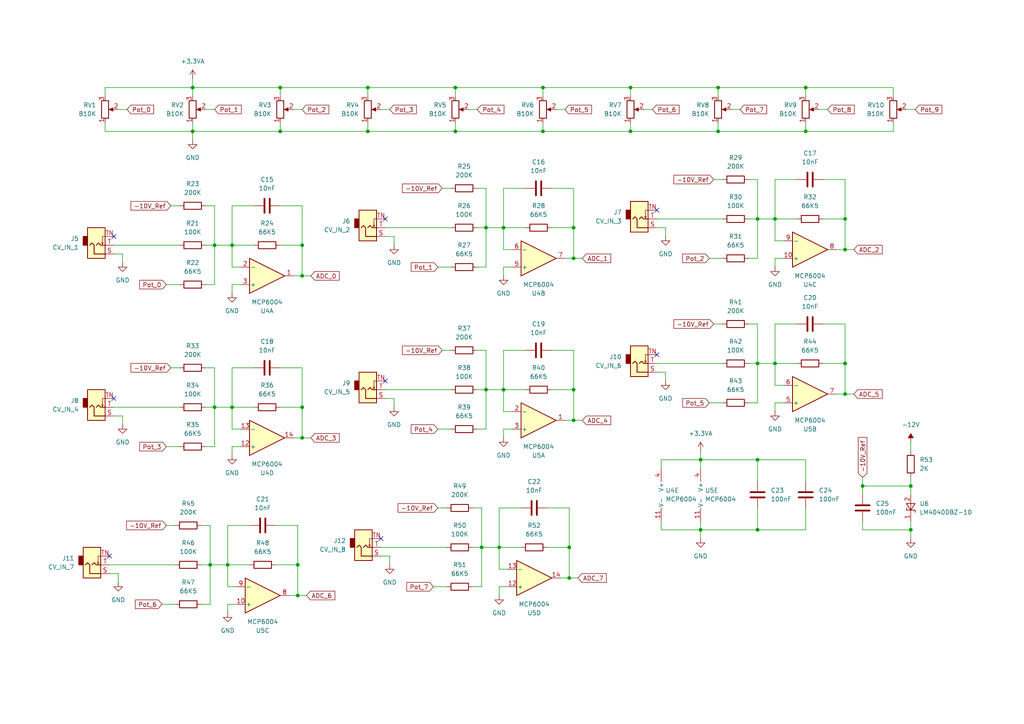
<source format=kicad_sch>
(kicad_sch (version 20231120) (generator "eeschema") (generator_version "8.0")
  (paper "A4")
  (lib_symbols
    (symbol "Amplifier_Operational:MCP6004" (pin_names (offset 0.127))
      (property "Reference" "U" (at 0 5.08 0))
      (property "Value" "MCP6004" (at 0 -5.08 0))
      (symbol "MCP6004_1_1"
        (pin output line (at 7.62 0 180) (length 2.54) (name "~") (number "1"))
        (pin input line (at -7.62 -2.54 0) (length 2.54) (name "-") (number "2"))
        (pin input line (at -7.62 2.54 0) (length 2.54) (name "+") (number "3"))
      )
      (symbol "MCP6004_2_1"
        (pin input line (at -7.62 2.54 0) (length 2.54) (name "+") (number "5"))
        (pin input line (at -7.62 -2.54 0) (length 2.54) (name "-") (number "6"))
        (pin output line (at 7.62 0 180) (length 2.54) (name "~") (number "7"))
      )
      (symbol "MCP6004_3_1"
        (pin input line (at -7.62 2.54 0) (length 2.54) (name "+") (number "10"))
        (pin output line (at 7.62 0 180) (length 2.54) (name "~") (number "8"))
        (pin input line (at -7.62 -2.54 0) (length 2.54) (name "-") (number "9"))
      )
      (symbol "MCP6004_4_1"
        (pin input line (at -7.62 2.54 0) (length 2.54) (name "+") (number "12"))
        (pin input line (at -7.62 -2.54 0) (length 2.54) (name "-") (number "13"))
        (pin output line (at 7.62 0 180) (length 2.54) (name "~") (number "14"))
      )
      (symbol "MCP6004_5_1"
        (pin power_in line (at -2.54 -7.62 90) (length 3.81) (name "V-") (number "11"))
        (pin power_in line (at -2.54 7.62 270) (length 3.81) (name "V+") (number "4"))
      )
    )
    (symbol "Connector_Audio:AudioJack2_SwitchT"
      (property "Reference" "J" (at 0 8.89 0))
      (property "Value" "AudioJack2_SwitchT" (at 0 6.35 0))
      (symbol "AudioJack2_SwitchT_1_1"
        (pin passive line (at 5.08 2.54 180) (length 2.54) (name "~") (number "S"))
        (pin passive line (at 5.08 0 180) (length 2.54) (name "~") (number "T"))
        (pin passive line (at 5.08 -2.54 180) (length 2.54) (name "~") (number "TN"))
      )
    )
    (symbol "Device:C" (pin_numbers hide) (pin_names (offset 0.254))
      (property "Reference" "C" (at 0.635 2.54 0))
      (property "Value" "C" (at 0.635 -2.54 0))
      (symbol "C_1_1"
        (pin passive line (at 0 3.81 270) (length 2.794) (name "~") (number "1"))
        (pin passive line (at 0 -3.81 90) (length 2.794) (name "~") (number "2"))
      )
    )
    (symbol "Device:R" (pin_numbers hide) (pin_names (offset 0))
      (property "Reference" "R" (at 2.032 0 90))
      (property "Value" "R" (at 0 0 90))
      (symbol "R_1_1"
        (pin passive line (at 0 3.81 270) (length 1.27) (name "~") (number "1"))
        (pin passive line (at 0 -3.81 90) (length 1.27) (name "~") (number "2"))
      )
    )
    (symbol "Device:R_Potentiometer" (pin_names (offset 1.016) hide)
      (property "Reference" "RV" (at -4.445 0 90))
      (property "Value" "R_Potentiometer" (at -2.54 0 90))
      (symbol "R_Potentiometer_1_1"
        (pin passive line (at 0 3.81 270) (length 1.27) (name "1") (number "1"))
        (pin passive line (at 3.81 0 180) (length 1.27) (name "2") (number "2"))
        (pin passive line (at 0 -3.81 90) (length 1.27) (name "3") (number "3"))
      )
    )
    (symbol "Reference_Voltage:LM4040DBZ-10" (pin_names (offset 0.0254) hide)
      (property "Reference" "U" (at 0 2.54 0))
      (property "Value" "LM4040DBZ-10" (at 0 -3.175 0))
      (symbol "LM4040DBZ-10_1_1"
        (pin passive line (at 3.81 0 180) (length 2.54) (name "K") (number "1"))
        (pin passive line (at -3.81 0 0) (length 2.54) (name "A") (number "2"))
        (pin no_connect line (at -1.27 0 0) (length 2.54) hide (name "NC") (number "3"))
      )
    )
    (symbol "power:+3.3VA" (power) (pin_numbers hide) (pin_names (offset 0) hide)
      (property "Value" "+3.3VA" (at 0 3.556 0))
      (symbol "+3.3VA_1_1"
        (pin power_in line (at 0 0 90) (length 0) (name "~") (number "1"))
      )
    )
    (symbol "power:-12V" (power) (pin_numbers hide) (pin_names (offset 0) hide)
      (property "Value" "-12V" (at 0 3.556 0))
      (symbol "-12V_0_0"
        (pin power_in line (at 0 0 90) (length 0) (name "~") (number "1"))
      )
    )
    (symbol "power:GND" (power) (pin_numbers hide) (pin_names (offset 0) hide)
      (property "Value" "GND" (at 0 -3.81 0))
      (symbol "GND_1_1"
        (pin power_in line (at 0 0 270) (length 0) (name "~") (number "1"))
      )
    )
  )
  (junction (at 182.88 25.4))
  (junction (at 208.28 38.1))
  (junction (at 81.28 25.4))
  (junction (at 208.28 25.4))
  (junction (at 166.37 121.92))
  (junction (at 219.71 63.5))
  (junction (at 62.23 71.12))
  (junction (at 203.2 133.35))
  (junction (at 67.31 71.12))
  (junction (at 233.68 25.4))
  (junction (at 87.63 127))
  (junction (at 245.11 114.3))
  (junction (at 55.88 38.1))
  (junction (at 140.97 66.04))
  (junction (at 87.63 71.12))
  (junction (at 66.04 163.83))
  (junction (at 67.31 118.11))
  (junction (at 203.2 153.67))
  (junction (at 106.68 25.4))
  (junction (at 219.71 105.41))
  (junction (at 157.48 25.4))
  (junction (at 219.71 153.67))
  (junction (at 182.88 38.1))
  (junction (at 139.7 158.75))
  (junction (at 144.78 158.75))
  (junction (at 250.19 140.97))
  (junction (at 264.16 153.67))
  (junction (at 224.79 63.5))
  (junction (at 60.96 163.83))
  (junction (at 166.37 66.04))
  (junction (at 132.08 38.1))
  (junction (at 146.05 66.04))
  (junction (at 81.28 38.1))
  (junction (at 55.88 25.4))
  (junction (at 87.63 80.01))
  (junction (at 245.11 72.39))
  (junction (at 166.37 113.03))
  (junction (at 165.1 158.75))
  (junction (at 233.68 38.1))
  (junction (at 146.05 113.03))
  (junction (at 219.71 133.35))
  (junction (at 140.97 113.03))
  (junction (at 245.11 105.41))
  (junction (at 166.37 74.93))
  (junction (at 165.1 167.64))
  (junction (at 62.23 118.11))
  (junction (at 86.36 163.83))
  (junction (at 245.11 63.5))
  (junction (at 157.48 38.1))
  (junction (at 86.36 172.72))
  (junction (at 224.79 105.41))
  (junction (at 264.16 140.97))
  (junction (at 132.08 25.4))
  (junction (at 87.63 118.11))
  (junction (at 106.68 38.1))
  (no_connect (at 190.5 60.96))
  (no_connect (at 190.5 102.87))
  (no_connect (at 33.02 115.57))
  (no_connect (at 110.49 156.21))
  (no_connect (at 111.76 110.49))
  (no_connect (at 31.75 161.29))
  (no_connect (at 33.02 68.58))
  (no_connect (at 111.76 63.5))
  (wire (pts (xy 264.16 140.97) (xy 264.16 143.51)))
  (wire (pts (xy 67.31 77.47) (xy 69.85 77.47)))
  (wire (pts (xy 182.88 25.4) (xy 182.88 27.94)))
  (wire (pts (xy 140.97 113.03) (xy 138.43 113.03)))
  (wire (pts (xy 166.37 121.92) (xy 168.91 121.92)))
  (wire (pts (xy 128.27 54.61) (xy 130.81 54.61)))
  (wire (pts (xy 250.19 140.97) (xy 264.16 140.97)))
  (wire (pts (xy 62.23 82.55) (xy 62.23 71.12)))
  (wire (pts (xy 245.11 52.07) (xy 245.11 63.5)))
  (wire (pts (xy 132.08 38.1) (xy 157.48 38.1)))
  (wire (pts (xy 166.37 74.93) (xy 168.91 74.93)))
  (wire (pts (xy 66.04 163.83) (xy 66.04 170.18)))
  (wire (pts (xy 80.01 163.83) (xy 86.36 163.83)))
  (wire (pts (xy 87.63 127) (xy 90.17 127)))
  (wire (pts (xy 137.16 147.32) (xy 139.7 147.32)))
  (wire (pts (xy 87.63 59.69) (xy 87.63 71.12)))
  (wire (pts (xy 189.23 31.75) (xy 186.69 31.75)))
  (wire (pts (xy 81.28 25.4) (xy 81.28 27.94)))
  (wire (pts (xy 140.97 101.6) (xy 140.97 113.03)))
  (wire (pts (xy 250.19 143.51) (xy 250.19 140.97)))
  (wire (pts (xy 224.79 119.38) (xy 224.79 116.84)))
  (wire (pts (xy 264.16 128.27) (xy 264.16 130.81)))
  (wire (pts (xy 265.43 31.75) (xy 262.89 31.75)))
  (wire (pts (xy 240.03 31.75) (xy 237.49 31.75)))
  (wire (pts (xy 139.7 158.75) (xy 144.78 158.75)))
  (wire (pts (xy 81.28 106.68) (xy 87.63 106.68)))
  (wire (pts (xy 72.39 163.83) (xy 66.04 163.83)))
  (wire (pts (xy 224.79 74.93) (xy 227.33 74.93)))
  (wire (pts (xy 140.97 113.03) (xy 146.05 113.03)))
  (wire (pts (xy 165.1 158.75) (xy 165.1 167.64)))
  (wire (pts (xy 50.8 163.83) (xy 31.75 163.83)))
  (wire (pts (xy 114.3 68.58) (xy 111.76 68.58)))
  (wire (pts (xy 224.79 93.98) (xy 224.79 105.41)))
  (wire (pts (xy 152.4 101.6) (xy 146.05 101.6)))
  (wire (pts (xy 139.7 158.75) (xy 137.16 158.75)))
  (wire (pts (xy 160.02 113.03) (xy 166.37 113.03)))
  (wire (pts (xy 224.79 69.85) (xy 227.33 69.85)))
  (wire (pts (xy 67.31 132.08) (xy 67.31 129.54)))
  (wire (pts (xy 66.04 152.4) (xy 66.04 163.83)))
  (wire (pts (xy 113.03 161.29) (xy 110.49 161.29)))
  (wire (pts (xy 114.3 118.11) (xy 114.3 115.57)))
  (wire (pts (xy 203.2 153.67) (xy 219.71 153.67)))
  (wire (pts (xy 62.23 118.11) (xy 59.69 118.11)))
  (wire (pts (xy 157.48 35.56) (xy 157.48 38.1)))
  (wire (pts (xy 208.28 38.1) (xy 233.68 38.1)))
  (wire (pts (xy 60.96 163.83) (xy 66.04 163.83)))
  (wire (pts (xy 138.43 124.46) (xy 140.97 124.46)))
  (wire (pts (xy 233.68 25.4) (xy 233.68 27.94)))
  (wire (pts (xy 157.48 25.4) (xy 182.88 25.4)))
  (wire (pts (xy 146.05 77.47) (xy 148.59 77.47)))
  (wire (pts (xy 62.23 71.12) (xy 67.31 71.12)))
  (wire (pts (xy 219.71 63.5) (xy 224.79 63.5)))
  (wire (pts (xy 146.05 80.01) (xy 146.05 77.47)))
  (wire (pts (xy 233.68 35.56) (xy 233.68 38.1)))
  (wire (pts (xy 67.31 118.11) (xy 67.31 124.46)))
  (wire (pts (xy 113.03 163.83) (xy 113.03 161.29)))
  (wire (pts (xy 166.37 121.92) (xy 163.83 121.92)))
  (wire (pts (xy 67.31 124.46) (xy 69.85 124.46)))
  (wire (pts (xy 138.43 101.6) (xy 140.97 101.6)))
  (wire (pts (xy 163.83 31.75) (xy 161.29 31.75)))
  (wire (pts (xy 48.26 129.54) (xy 52.07 129.54)))
  (wire (pts (xy 209.55 63.5) (xy 190.5 63.5)))
  (wire (pts (xy 238.76 63.5) (xy 245.11 63.5)))
  (wire (pts (xy 36.83 31.75) (xy 34.29 31.75)))
  (wire (pts (xy 60.96 152.4) (xy 60.96 163.83)))
  (wire (pts (xy 66.04 170.18) (xy 68.58 170.18)))
  (wire (pts (xy 55.88 25.4) (xy 81.28 25.4)))
  (wire (pts (xy 146.05 127) (xy 146.05 124.46)))
  (wire (pts (xy 264.16 138.43) (xy 264.16 140.97)))
  (wire (pts (xy 231.14 63.5) (xy 224.79 63.5)))
  (wire (pts (xy 152.4 54.61) (xy 146.05 54.61)))
  (wire (pts (xy 238.76 93.98) (xy 245.11 93.98)))
  (wire (pts (xy 86.36 172.72) (xy 88.9 172.72)))
  (wire (pts (xy 203.2 130.81) (xy 203.2 133.35)))
  (wire (pts (xy 55.88 25.4) (xy 55.88 27.94)))
  (wire (pts (xy 52.07 71.12) (xy 33.02 71.12)))
  (wire (pts (xy 49.53 59.69) (xy 52.07 59.69)))
  (wire (pts (xy 67.31 106.68) (xy 67.31 118.11)))
  (wire (pts (xy 60.96 175.26) (xy 60.96 163.83)))
  (wire (pts (xy 114.3 115.57) (xy 111.76 115.57)))
  (wire (pts (xy 193.04 66.04) (xy 190.5 66.04)))
  (wire (pts (xy 165.1 167.64) (xy 162.56 167.64)))
  (wire (pts (xy 166.37 74.93) (xy 163.83 74.93)))
  (wire (pts (xy 224.79 77.47) (xy 224.79 74.93)))
  (wire (pts (xy 203.2 151.13) (xy 203.2 153.67)))
  (wire (pts (xy 165.1 147.32) (xy 165.1 158.75)))
  (wire (pts (xy 59.69 129.54) (xy 62.23 129.54)))
  (wire (pts (xy 62.23 71.12) (xy 59.69 71.12)))
  (wire (pts (xy 152.4 66.04) (xy 146.05 66.04)))
  (wire (pts (xy 207.01 93.98) (xy 209.55 93.98)))
  (wire (pts (xy 203.2 135.89) (xy 203.2 133.35)))
  (wire (pts (xy 264.16 151.13) (xy 264.16 153.67)))
  (wire (pts (xy 245.11 114.3) (xy 242.57 114.3)))
  (wire (pts (xy 106.68 25.4) (xy 132.08 25.4)))
  (wire (pts (xy 224.79 52.07) (xy 224.79 63.5)))
  (wire (pts (xy 58.42 152.4) (xy 60.96 152.4)))
  (wire (pts (xy 86.36 163.83) (xy 86.36 172.72)))
  (wire (pts (xy 245.11 72.39) (xy 242.57 72.39)))
  (wire (pts (xy 245.11 93.98) (xy 245.11 105.41)))
  (wire (pts (xy 160.02 66.04) (xy 166.37 66.04)))
  (wire (pts (xy 113.03 31.75) (xy 110.49 31.75)))
  (wire (pts (xy 58.42 175.26) (xy 60.96 175.26)))
  (wire (pts (xy 166.37 101.6) (xy 166.37 113.03)))
  (wire (pts (xy 132.08 25.4) (xy 132.08 27.94)))
  (wire (pts (xy 245.11 105.41) (xy 245.11 114.3)))
  (wire (pts (xy 35.56 76.2) (xy 35.56 73.66)))
  (wire (pts (xy 129.54 158.75) (xy 110.49 158.75)))
  (wire (pts (xy 81.28 38.1) (xy 106.68 38.1)))
  (wire (pts (xy 66.04 177.8) (xy 66.04 175.26)))
  (wire (pts (xy 144.78 170.18) (xy 147.32 170.18)))
  (wire (pts (xy 138.43 31.75) (xy 135.89 31.75)))
  (wire (pts (xy 139.7 170.18) (xy 139.7 158.75)))
  (wire (pts (xy 81.28 59.69) (xy 87.63 59.69)))
  (wire (pts (xy 30.48 25.4) (xy 55.88 25.4)))
  (wire (pts (xy 166.37 54.61) (xy 166.37 66.04)))
  (wire (pts (xy 233.68 25.4) (xy 259.08 25.4)))
  (wire (pts (xy 217.17 74.93) (xy 219.71 74.93)))
  (wire (pts (xy 231.14 105.41) (xy 224.79 105.41)))
  (wire (pts (xy 259.08 38.1) (xy 259.08 35.56)))
  (wire (pts (xy 151.13 158.75) (xy 144.78 158.75)))
  (wire (pts (xy 86.36 152.4) (xy 86.36 163.83)))
  (wire (pts (xy 81.28 35.56) (xy 81.28 38.1)))
  (wire (pts (xy 73.66 59.69) (xy 67.31 59.69)))
  (wire (pts (xy 250.19 151.13) (xy 250.19 153.67)))
  (wire (pts (xy 191.77 153.67) (xy 203.2 153.67)))
  (wire (pts (xy 87.63 80.01) (xy 85.09 80.01)))
  (wire (pts (xy 146.05 113.03) (xy 146.05 119.38)))
  (wire (pts (xy 193.04 107.95) (xy 190.5 107.95)))
  (wire (pts (xy 128.27 101.6) (xy 130.81 101.6)))
  (wire (pts (xy 157.48 25.4) (xy 157.48 27.94)))
  (wire (pts (xy 166.37 66.04) (xy 166.37 74.93)))
  (wire (pts (xy 62.23 59.69) (xy 62.23 71.12)))
  (wire (pts (xy 146.05 72.39) (xy 148.59 72.39)))
  (wire (pts (xy 106.68 25.4) (xy 106.68 27.94)))
  (wire (pts (xy 233.68 147.32) (xy 233.68 153.67)))
  (wire (pts (xy 66.04 175.26) (xy 68.58 175.26)))
  (wire (pts (xy 144.78 172.72) (xy 144.78 170.18)))
  (wire (pts (xy 191.77 151.13) (xy 191.77 153.67)))
  (wire (pts (xy 203.2 133.35) (xy 219.71 133.35)))
  (wire (pts (xy 205.74 74.93) (xy 209.55 74.93)))
  (wire (pts (xy 208.28 35.56) (xy 208.28 38.1)))
  (wire (pts (xy 62.23 31.75) (xy 59.69 31.75)))
  (wire (pts (xy 203.2 156.21) (xy 203.2 153.67)))
  (wire (pts (xy 114.3 71.12) (xy 114.3 68.58)))
  (wire (pts (xy 144.78 165.1) (xy 147.32 165.1)))
  (wire (pts (xy 158.75 147.32) (xy 165.1 147.32)))
  (wire (pts (xy 144.78 147.32) (xy 144.78 158.75)))
  (wire (pts (xy 67.31 85.09) (xy 67.31 82.55)))
  (wire (pts (xy 87.63 71.12) (xy 87.63 80.01)))
  (wire (pts (xy 73.66 106.68) (xy 67.31 106.68)))
  (wire (pts (xy 250.19 138.43) (xy 250.19 140.97)))
  (wire (pts (xy 62.23 129.54) (xy 62.23 118.11)))
  (wire (pts (xy 193.04 110.49) (xy 193.04 107.95)))
  (wire (pts (xy 55.88 35.56) (xy 55.88 38.1)))
  (wire (pts (xy 219.71 105.41) (xy 217.17 105.41)))
  (wire (pts (xy 205.74 116.84) (xy 209.55 116.84)))
  (wire (pts (xy 217.17 116.84) (xy 219.71 116.84)))
  (wire (pts (xy 193.04 68.58) (xy 193.04 66.04)))
  (wire (pts (xy 62.23 118.11) (xy 67.31 118.11)))
  (wire (pts (xy 214.63 31.75) (xy 212.09 31.75)))
  (wire (pts (xy 219.71 147.32) (xy 219.71 153.67)))
  (wire (pts (xy 67.31 71.12) (xy 67.31 77.47)))
  (wire (pts (xy 81.28 118.11) (xy 87.63 118.11)))
  (wire (pts (xy 62.23 106.68) (xy 62.23 118.11)))
  (wire (pts (xy 35.56 123.19) (xy 35.56 120.65)))
  (wire (pts (xy 233.68 133.35) (xy 233.68 139.7)))
  (wire (pts (xy 209.55 105.41) (xy 190.5 105.41)))
  (wire (pts (xy 140.97 66.04) (xy 138.43 66.04)))
  (wire (pts (xy 87.63 127) (xy 85.09 127)))
  (wire (pts (xy 146.05 54.61) (xy 146.05 66.04)))
  (wire (pts (xy 219.71 116.84) (xy 219.71 105.41)))
  (wire (pts (xy 140.97 66.04) (xy 146.05 66.04)))
  (wire (pts (xy 59.69 82.55) (xy 62.23 82.55)))
  (wire (pts (xy 130.81 113.03) (xy 111.76 113.03)))
  (wire (pts (xy 217.17 93.98) (xy 219.71 93.98)))
  (wire (pts (xy 264.16 156.21) (xy 264.16 153.67)))
  (wire (pts (xy 35.56 73.66) (xy 33.02 73.66)))
  (wire (pts (xy 73.66 71.12) (xy 67.31 71.12)))
  (wire (pts (xy 106.68 38.1) (xy 132.08 38.1)))
  (wire (pts (xy 34.29 168.91) (xy 34.29 166.37)))
  (wire (pts (xy 191.77 135.89) (xy 191.77 133.35)))
  (wire (pts (xy 238.76 105.41) (xy 245.11 105.41)))
  (wire (pts (xy 146.05 66.04) (xy 146.05 72.39)))
  (wire (pts (xy 80.01 152.4) (xy 86.36 152.4)))
  (wire (pts (xy 73.66 118.11) (xy 67.31 118.11)))
  (wire (pts (xy 224.79 111.76) (xy 227.33 111.76)))
  (wire (pts (xy 87.63 80.01) (xy 90.17 80.01)))
  (wire (pts (xy 30.48 35.56) (xy 30.48 38.1)))
  (wire (pts (xy 158.75 158.75) (xy 165.1 158.75)))
  (wire (pts (xy 130.81 66.04) (xy 111.76 66.04)))
  (wire (pts (xy 52.07 118.11) (xy 33.02 118.11)))
  (wire (pts (xy 245.11 63.5) (xy 245.11 72.39)))
  (wire (pts (xy 137.16 170.18) (xy 139.7 170.18)))
  (wire (pts (xy 30.48 38.1) (xy 55.88 38.1)))
  (wire (pts (xy 219.71 153.67) (xy 233.68 153.67)))
  (wire (pts (xy 87.63 118.11) (xy 87.63 127)))
  (wire (pts (xy 157.48 38.1) (xy 182.88 38.1)))
  (wire (pts (xy 67.31 59.69) (xy 67.31 71.12)))
  (wire (pts (xy 191.77 133.35) (xy 203.2 133.35)))
  (wire (pts (xy 140.97 77.47) (xy 140.97 66.04)))
  (wire (pts (xy 208.28 25.4) (xy 233.68 25.4)))
  (wire (pts (xy 132.08 35.56) (xy 132.08 38.1)))
  (wire (pts (xy 224.79 105.41) (xy 224.79 111.76)))
  (wire (pts (xy 67.31 129.54) (xy 69.85 129.54)))
  (wire (pts (xy 49.53 106.68) (xy 52.07 106.68)))
  (wire (pts (xy 166.37 113.03) (xy 166.37 121.92)))
  (wire (pts (xy 127 77.47) (xy 130.81 77.47)))
  (wire (pts (xy 60.96 163.83) (xy 58.42 163.83)))
  (wire (pts (xy 207.01 52.07) (xy 209.55 52.07)))
  (wire (pts (xy 238.76 52.07) (xy 245.11 52.07)))
  (wire (pts (xy 125.73 170.18) (xy 129.54 170.18)))
  (wire (pts (xy 138.43 54.61) (xy 140.97 54.61)))
  (wire (pts (xy 152.4 113.03) (xy 146.05 113.03)))
  (wire (pts (xy 59.69 106.68) (xy 62.23 106.68)))
  (wire (pts (xy 208.28 25.4) (xy 208.28 27.94)))
  (wire (pts (xy 140.97 54.61) (xy 140.97 66.04)))
  (wire (pts (xy 140.97 124.46) (xy 140.97 113.03)))
  (wire (pts (xy 48.26 82.55) (xy 52.07 82.55)))
  (wire (pts (xy 224.79 116.84) (xy 227.33 116.84)))
  (wire (pts (xy 81.28 25.4) (xy 106.68 25.4)))
  (wire (pts (xy 55.88 38.1) (xy 81.28 38.1)))
  (wire (pts (xy 146.05 124.46) (xy 148.59 124.46)))
  (wire (pts (xy 245.11 72.39) (xy 247.65 72.39)))
  (wire (pts (xy 46.99 175.26) (xy 50.8 175.26)))
  (wire (pts (xy 87.63 106.68) (xy 87.63 118.11)))
  (wire (pts (xy 259.08 25.4) (xy 259.08 27.94)))
  (wire (pts (xy 182.88 38.1) (xy 208.28 38.1)))
  (wire (pts (xy 139.7 147.32) (xy 139.7 158.75)))
  (wire (pts (xy 127 147.32) (xy 129.54 147.32)))
  (wire (pts (xy 219.71 133.35) (xy 219.71 139.7)))
  (wire (pts (xy 231.14 93.98) (xy 224.79 93.98)))
  (wire (pts (xy 233.68 38.1) (xy 259.08 38.1)))
  (wire (pts (xy 224.79 63.5) (xy 224.79 69.85)))
  (wire (pts (xy 219.71 63.5) (xy 217.17 63.5)))
  (wire (pts (xy 48.26 152.4) (xy 50.8 152.4)))
  (wire (pts (xy 146.05 119.38) (xy 148.59 119.38)))
  (wire (pts (xy 219.71 52.07) (xy 219.71 63.5)))
  (wire (pts (xy 264.16 153.67) (xy 250.19 153.67)))
  (wire (pts (xy 144.78 158.75) (xy 144.78 165.1)))
  (wire (pts (xy 160.02 101.6) (xy 166.37 101.6)))
  (wire (pts (xy 55.88 22.86) (xy 55.88 25.4)))
  (wire (pts (xy 106.68 35.56) (xy 106.68 38.1)))
  (wire (pts (xy 151.13 147.32) (xy 144.78 147.32)))
  (wire (pts (xy 231.14 52.07) (xy 224.79 52.07)))
  (wire (pts (xy 165.1 167.64) (xy 167.64 167.64)))
  (wire (pts (xy 30.48 27.94) (xy 30.48 25.4)))
  (wire (pts (xy 219.71 105.41) (xy 224.79 105.41)))
  (wire (pts (xy 86.36 172.72) (xy 83.82 172.72)))
  (wire (pts (xy 219.71 133.35) (xy 233.68 133.35)))
  (wire (pts (xy 132.08 25.4) (xy 157.48 25.4)))
  (wire (pts (xy 217.17 52.07) (xy 219.71 52.07)))
  (wire (pts (xy 35.56 120.65) (xy 33.02 120.65)))
  (wire (pts (xy 87.63 31.75) (xy 85.09 31.75)))
  (wire (pts (xy 81.28 71.12) (xy 87.63 71.12)))
  (wire (pts (xy 160.02 54.61) (xy 166.37 54.61)))
  (wire (pts (xy 146.05 101.6) (xy 146.05 113.03)))
  (wire (pts (xy 59.69 59.69) (xy 62.23 59.69)))
  (wire (pts (xy 127 124.46) (xy 130.81 124.46)))
  (wire (pts (xy 138.43 77.47) (xy 140.97 77.47)))
  (wire (pts (xy 55.88 40.64) (xy 55.88 38.1)))
  (wire (pts (xy 245.11 114.3) (xy 247.65 114.3)))
  (wire (pts (xy 182.88 35.56) (xy 182.88 38.1)))
  (wire (pts (xy 182.88 25.4) (xy 208.28 25.4)))
  (wire (pts (xy 219.71 74.93) (xy 219.71 63.5)))
  (wire (pts (xy 34.29 166.37) (xy 31.75 166.37)))
  (wire (pts (xy 72.39 152.4) (xy 66.04 152.4)))
  (wire (pts (xy 219.71 93.98) (xy 219.71 105.41)))
  (wire (pts (xy 67.31 82.55) (xy 69.85 82.55)))
  (global_label "Pot_6" (shape input) (at 46.99 175.26 180) (property "Intersheetrefs" "${INTERSHEET_REFS}" (effects (hide yes))))
  (global_label "-10V_Ref" (shape input) (at 128.27 54.61 180) (property "Intersheetrefs" "${INTERSHEET_REFS}" (effects (hide yes))))
  (global_label "-10V_Ref" (shape input) (at 127 147.32 180) (property "Intersheetrefs" "${INTERSHEET_REFS}" (effects (hide yes))))
  (global_label "Pot_3" (shape input) (at 48.26 129.54 180) (property "Intersheetrefs" "${INTERSHEET_REFS}" (effects (hide yes))))
  (global_label "Pot_0" (shape input) (at 48.26 82.55 180) (property "Intersheetrefs" "${INTERSHEET_REFS}" (effects (hide yes))))
  (global_label "ADC_2" (shape input) (at 247.65 72.39 0) (property "Intersheetrefs" "${INTERSHEET_REFS}" (effects (hide yes))))
  (global_label "Pot_5" (shape input) (at 163.83 31.75 0) (property "Intersheetrefs" "${INTERSHEET_REFS}" (effects (hide yes))))
  (global_label "-10V_Ref" (shape input) (at 49.53 106.68 180) (property "Intersheetrefs" "${INTERSHEET_REFS}" (effects (hide yes))))
  (global_label "Pot_2" (shape input) (at 205.74 74.93 180) (property "Intersheetrefs" "${INTERSHEET_REFS}" (effects (hide yes))))
  (global_label "ADC_1" (shape input) (at 168.91 74.93 0) (property "Intersheetrefs" "${INTERSHEET_REFS}" (effects (hide yes))))
  (global_label "Pot_1" (shape input) (at 62.23 31.75 0) (property "Intersheetrefs" "${INTERSHEET_REFS}" (effects (hide yes))))
  (global_label "ADC_3" (shape input) (at 90.17 127 0) (property "Intersheetrefs" "${INTERSHEET_REFS}" (effects (hide yes))))
  (global_label "Pot_9" (shape input) (at 265.43 31.75 0) (property "Intersheetrefs" "${INTERSHEET_REFS}" (effects (hide yes))))
  (global_label "Pot_2" (shape input) (at 87.63 31.75 0) (property "Intersheetrefs" "${INTERSHEET_REFS}" (effects (hide yes))))
  (global_label "Pot_5" (shape input) (at 205.74 116.84 180) (property "Intersheetrefs" "${INTERSHEET_REFS}" (effects (hide yes))))
  (global_label "Pot_4" (shape input) (at 127 124.46 180) (property "Intersheetrefs" "${INTERSHEET_REFS}" (effects (hide yes))))
  (global_label "-10V_Ref" (shape input) (at 250.19 138.43 90) (property "Intersheetrefs" "${INTERSHEET_REFS}" (effects (hide yes))))
  (global_label "ADC_7" (shape input) (at 167.64 167.64 0) (property "Intersheetrefs" "${INTERSHEET_REFS}" (effects (hide yes))))
  (global_label "ADC_0" (shape input) (at 90.17 80.01 0) (property "Intersheetrefs" "${INTERSHEET_REFS}" (effects (hide yes))))
  (global_label "-10V_Ref" (shape input) (at 48.26 152.4 180) (property "Intersheetrefs" "${INTERSHEET_REFS}" (effects (hide yes))))
  (global_label "Pot_0" (shape input) (at 36.83 31.75 0) (property "Intersheetrefs" "${INTERSHEET_REFS}" (effects (hide yes))))
  (global_label "Pot_1" (shape input) (at 127 77.47 180) (property "Intersheetrefs" "${INTERSHEET_REFS}" (effects (hide yes))))
  (global_label "ADC_6" (shape input) (at 88.9 172.72 0) (property "Intersheetrefs" "${INTERSHEET_REFS}" (effects (hide yes))))
  (global_label "Pot_6" (shape input) (at 189.23 31.75 0) (property "Intersheetrefs" "${INTERSHEET_REFS}" (effects (hide yes))))
  (global_label "-10V_Ref" (shape input) (at 49.53 59.69 180) (property "Intersheetrefs" "${INTERSHEET_REFS}" (effects (hide yes))))
  (global_label "Pot_7" (shape input) (at 214.63 31.75 0) (property "Intersheetrefs" "${INTERSHEET_REFS}" (effects (hide yes))))
  (global_label "Pot_4" (shape input) (at 138.43 31.75 0) (property "Intersheetrefs" "${INTERSHEET_REFS}" (effects (hide yes))))
  (global_label "-10V_Ref" (shape input) (at 207.01 52.07 180) (property "Intersheetrefs" "${INTERSHEET_REFS}" (effects (hide yes))))
  (global_label "Pot_7" (shape input) (at 125.73 170.18 180) (property "Intersheetrefs" "${INTERSHEET_REFS}" (effects (hide yes))))
  (global_label "Pot_3" (shape input) (at 113.03 31.75 0) (property "Intersheetrefs" "${INTERSHEET_REFS}" (effects (hide yes))))
  (global_label "-10V_Ref" (shape input) (at 128.27 101.6 180) (property "Intersheetrefs" "${INTERSHEET_REFS}" (effects (hide yes))))
  (global_label "ADC_4" (shape input) (at 168.91 121.92 0) (property "Intersheetrefs" "${INTERSHEET_REFS}" (effects (hide yes))))
  (global_label "Pot_8" (shape input) (at 240.03 31.75 0) (property "Intersheetrefs" "${INTERSHEET_REFS}" (effects (hide yes))))
  (global_label "ADC_5" (shape input) (at 247.65 114.3 0) (property "Intersheetrefs" "${INTERSHEET_REFS}" (effects (hide yes))))
  (global_label "-10V_Ref" (shape input) (at 207.01 93.98 180) (property "Intersheetrefs" "${INTERSHEET_REFS}" (effects (hide yes))))
  (symbol (lib_id "Device:R") (at 156.21 66.04 90) (unit 1)
    (property "Reference" "R28" (at 156.21 59.69 90))
    (property "Value" "66K5" (at 156.21 62.23 90))
    (property "Footprint" "Resistor_SMD:R_0805_2012Metric_Pad1.20x1.40mm_HandSolder" (effects (hide yes)))
    (property "Description" "Resistor" (effects (hide yes)))
  )
  (symbol (lib_id "power:GND") (at 35.56 123.19 0) (unit 1)
    (property "Reference" "#PWR027" (effects (hide yes)))
    (property "Value" "GND" (at 35.56 128.27 0))
    (property "Description" "Power symbol creates a global label with name \"GND\" , ground" (effects (hide yes)))
  )
  (symbol (lib_id "Device:R") (at 134.62 66.04 90) (unit 1)
    (property "Reference" "R26" (at 134.62 59.69 90))
    (property "Value" "100K" (at 134.62 62.23 90))
    (property "Footprint" "Resistor_SMD:R_0805_2012Metric_Pad1.20x1.40mm_HandSolder" (effects (hide yes)))
    (property "Description" "Resistor" (effects (hide yes)))
  )
  (symbol (lib_id "power:GND") (at 114.3 118.11 0) (unit 1)
    (property "Reference" "#PWR029" (effects (hide yes)))
    (property "Value" "GND" (at 114.3 123.19 0))
    (property "Description" "Power symbol creates a global label with name \"GND\" , ground" (effects (hide yes)))
  )
  (symbol (lib_id "Device:R") (at 134.62 54.61 90) (unit 1)
    (property "Reference" "R25" (at 134.62 48.26 90))
    (property "Value" "200K" (at 134.62 50.8 90))
    (property "Footprint" "Resistor_SMD:R_0805_2012Metric_Pad1.20x1.40mm_HandSolder" (effects (hide yes)))
    (property "Description" "Resistor" (effects (hide yes)))
  )
  (symbol (lib_id "Device:R") (at 213.36 116.84 90) (unit 1)
    (property "Reference" "R43" (at 213.36 110.49 90))
    (property "Value" "66K5" (at 213.36 113.03 90))
    (property "Footprint" "Resistor_SMD:R_0805_2012Metric_Pad1.20x1.40mm_HandSolder" (effects (hide yes)))
    (property "Description" "Resistor" (effects (hide yes)))
  )
  (symbol (lib_id "Device:R") (at 54.61 175.26 90) (unit 1)
    (property "Reference" "R47" (at 54.61 168.91 90))
    (property "Value" "66K5" (at 54.61 171.45 90))
    (property "Footprint" "Resistor_SMD:R_0805_2012Metric_Pad1.20x1.40mm_HandSolder" (effects (hide yes)))
    (property "Description" "Resistor" (effects (hide yes)))
  )
  (symbol (lib_id "power:+3.3VA") (at 203.2 130.81 0) (unit 1)
    (property "Reference" "#PWR037" (effects (hide yes)))
    (property "Value" "+3.3VA" (at 203.2 125.73 0))
    (property "Description" "Power symbol creates a global label with name \"+3.3VA\"" (effects (hide yes)))
  )
  (symbol (lib_id "Amplifier_Operational:MCP6004") (at 154.94 167.64 0) (mirror x) (unit 4)
    (property "Reference" "U5" (at 154.94 177.8 0))
    (property "Value" "MCP6004" (at 154.94 175.26 0))
    (property "Footprint" "Package_SO:SOIC-14_3.9x8.7mm_P1.27mm" (effects (hide yes)))
    (property "Datasheet" "http://ww1.microchip.com/downloads/en/DeviceDoc/21733j.pdf" (effects (hide yes)))
    (property "Description" "1MHz, Low-Power Op Amp, DIP-14/SOIC-14/TSSOP-14" (effects (hide yes)))
  )
  (symbol (lib_id "power:GND") (at 224.79 77.47 0) (unit 1)
    (property "Reference" "#PWR026" (effects (hide yes)))
    (property "Value" "GND" (at 224.79 82.55 0))
    (property "Description" "Power symbol creates a global label with name \"GND\" , ground" (effects (hide yes)))
  )
  (symbol (lib_id "Device:R") (at 134.62 101.6 90) (unit 1)
    (property "Reference" "R37" (at 134.62 95.25 90))
    (property "Value" "200K" (at 134.62 97.79 90))
    (property "Footprint" "Resistor_SMD:R_0805_2012Metric_Pad1.20x1.40mm_HandSolder" (effects (hide yes)))
    (property "Description" "Resistor" (effects (hide yes)))
  )
  (symbol (lib_id "Device:R_Potentiometer") (at 233.68 31.75 0) (mirror x) (unit 1)
    (property "Reference" "RV9" (at 231.14 30.4799 0) (effects (justify right)))
    (property "Value" "B10K" (at 231.14 33.0199 0) (effects (justify right)))
    (property "Footprint" "Potentiometer_THT:Potentiometer_Alpha_RD901F-40-00D_Single_Vertical_CircularHoles" (effects (hide yes)))
    (property "Description" "Potentiometer" (effects (hide yes)))
  )
  (symbol (lib_id "Amplifier_Operational:MCP6004") (at 76.2 172.72 0) (mirror x) (unit 3)
    (property "Reference" "U5" (at 76.2 182.88 0))
    (property "Value" "MCP6004" (at 76.2 180.34 0))
    (property "Footprint" "Package_SO:SOIC-14_3.9x8.7mm_P1.27mm" (effects (hide yes)))
    (property "Datasheet" "http://ww1.microchip.com/downloads/en/DeviceDoc/21733j.pdf" (effects (hide yes)))
    (property "Description" "1MHz, Low-Power Op Amp, DIP-14/SOIC-14/TSSOP-14" (effects (hide yes)))
  )
  (symbol (lib_id "power:-12V") (at 264.16 128.27 0) (unit 1)
    (property "Reference" "#PWR040" (effects (hide yes)))
    (property "Value" "-12V" (at 264.16 123.19 0))
    (property "Description" "Power symbol creates a global label with name \"-12V\"" (effects (hide yes)))
  )
  (symbol (lib_id "Device:R") (at 234.95 105.41 90) (unit 1)
    (property "Reference" "R44" (at 234.95 99.06 90))
    (property "Value" "66K5" (at 234.95 101.6 90))
    (property "Footprint" "Resistor_SMD:R_0805_2012Metric_Pad1.20x1.40mm_HandSolder" (effects (hide yes)))
    (property "Description" "Resistor" (effects (hide yes)))
  )
  (symbol (lib_id "Device:R") (at 76.2 163.83 90) (unit 1)
    (property "Reference" "R48" (at 76.2 157.48 90))
    (property "Value" "66K5" (at 76.2 160.02 90))
    (property "Footprint" "Resistor_SMD:R_0805_2012Metric_Pad1.20x1.40mm_HandSolder" (effects (hide yes)))
    (property "Description" "Resistor" (effects (hide yes)))
  )
  (symbol (lib_id "power:GND") (at 113.03 163.83 0) (unit 1)
    (property "Reference" "#PWR035" (effects (hide yes)))
    (property "Value" "GND" (at 113.03 168.91 0))
    (property "Description" "Power symbol creates a global label with name \"GND\" , ground" (effects (hide yes)))
  )
  (symbol (lib_id "power:GND") (at 67.31 85.09 0) (unit 1)
    (property "Reference" "#PWR022" (effects (hide yes)))
    (property "Value" "GND" (at 67.31 90.17 0))
    (property "Description" "Power symbol creates a global label with name \"GND\" , ground" (effects (hide yes)))
  )
  (symbol (lib_id "Device:R_Potentiometer") (at 259.08 31.75 0) (mirror x) (unit 1)
    (property "Reference" "RV10" (at 256.54 30.4799 0) (effects (justify right)))
    (property "Value" "B10K" (at 256.54 33.0199 0) (effects (justify right)))
    (property "Footprint" "Potentiometer_THT:Potentiometer_Alpha_RD901F-40-00D_Single_Vertical_CircularHoles" (effects (hide yes)))
    (property "Description" "Potentiometer" (effects (hide yes)))
  )
  (symbol (lib_id "Device:R") (at 55.88 82.55 90) (unit 1)
    (property "Reference" "R22" (at 55.88 76.2 90))
    (property "Value" "66K5" (at 55.88 78.74 90))
    (property "Footprint" "Resistor_SMD:R_0805_2012Metric_Pad1.20x1.40mm_HandSolder" (effects (hide yes)))
    (property "Description" "Resistor" (effects (hide yes)))
  )
  (symbol (lib_id "Connector_Audio:AudioJack2_SwitchT") (at 106.68 66.04 0) (mirror x) (unit 1)
    (property "Reference" "J6" (at 101.6 64.1349 0) (effects (justify right)))
    (property "Value" "CV_IN_2" (at 101.6 66.6749 0) (effects (justify right)))
    (property "Description" "Audio Jack, 2 Poles (Mono / TS), Switched T Pole (Normalling)" (effects (hide yes)))
  )
  (symbol (lib_id "Device:R_Potentiometer") (at 182.88 31.75 0) (mirror x) (unit 1)
    (property "Reference" "RV7" (at 180.34 30.4799 0) (effects (justify right)))
    (property "Value" "B10K" (at 180.34 33.0199 0) (effects (justify right)))
    (property "Footprint" "Potentiometer_THT:Potentiometer_Alpha_RD901F-40-00D_Single_Vertical_CircularHoles" (effects (hide yes)))
    (property "Description" "Potentiometer" (effects (hide yes)))
  )
  (symbol (lib_id "Amplifier_Operational:MCP6004") (at 77.47 80.01 0) (mirror x) (unit 1)
    (property "Reference" "U4" (at 77.47 90.17 0))
    (property "Value" "MCP6004" (at 77.47 87.63 0))
    (property "Footprint" "Package_SO:SOIC-14_3.9x8.7mm_P1.27mm" (effects (hide yes)))
    (property "Datasheet" "http://ww1.microchip.com/downloads/en/DeviceDoc/21733j.pdf" (effects (hide yes)))
    (property "Description" "1MHz, Low-Power Op Amp, DIP-14/SOIC-14/TSSOP-14" (effects (hide yes)))
  )
  (symbol (lib_id "Device:C") (at 156.21 101.6 90) (unit 1)
    (property "Reference" "C19" (at 156.21 93.98 90))
    (property "Value" "10nF" (at 156.21 96.52 90))
    (property "Description" "Unpolarized capacitor" (effects (hide yes)))
  )
  (symbol (lib_id "Amplifier_Operational:MCP6004") (at 77.47 127 0) (mirror x) (unit 4)
    (property "Reference" "U4" (at 77.47 137.16 0))
    (property "Value" "MCP6004" (at 77.47 134.62 0))
    (property "Footprint" "Package_SO:SOIC-14_3.9x8.7mm_P1.27mm" (effects (hide yes)))
    (property "Datasheet" "http://ww1.microchip.com/downloads/en/DeviceDoc/21733j.pdf" (effects (hide yes)))
    (property "Description" "1MHz, Low-Power Op Amp, DIP-14/SOIC-14/TSSOP-14" (effects (hide yes)))
  )
  (symbol (lib_id "power:GND") (at 55.88 40.64 0) (unit 1)
    (property "Reference" "#PWR020" (effects (hide yes)))
    (property "Value" "GND" (at 55.88 45.72 0))
    (property "Description" "Power symbol creates a global label with name \"GND\" , ground" (effects (hide yes)))
  )
  (symbol (lib_id "Amplifier_Operational:MCP6004") (at 234.95 114.3 0) (mirror x) (unit 2)
    (property "Reference" "U5" (at 234.95 124.46 0))
    (property "Value" "MCP6004" (at 234.95 121.92 0))
    (property "Footprint" "Package_SO:SOIC-14_3.9x8.7mm_P1.27mm" (effects (hide yes)))
    (property "Datasheet" "http://ww1.microchip.com/downloads/en/DeviceDoc/21733j.pdf" (effects (hide yes)))
    (property "Description" "1MHz, Low-Power Op Amp, DIP-14/SOIC-14/TSSOP-14" (effects (hide yes)))
  )
  (symbol (lib_id "Device:R") (at 133.35 170.18 90) (unit 1)
    (property "Reference" "R51" (at 133.35 163.83 90))
    (property "Value" "66K5" (at 133.35 166.37 90))
    (property "Footprint" "Resistor_SMD:R_0805_2012Metric_Pad1.20x1.40mm_HandSolder" (effects (hide yes)))
    (property "Description" "Resistor" (effects (hide yes)))
  )
  (symbol (lib_id "Device:R") (at 213.36 74.93 90) (unit 1)
    (property "Reference" "R31" (at 213.36 68.58 90))
    (property "Value" "66K5" (at 213.36 71.12 90))
    (property "Footprint" "Resistor_SMD:R_0805_2012Metric_Pad1.20x1.40mm_HandSolder" (effects (hide yes)))
    (property "Description" "Resistor" (effects (hide yes)))
  )
  (symbol (lib_id "Amplifier_Operational:MCP6004") (at 156.21 74.93 0) (mirror x) (unit 2)
    (property "Reference" "U4" (at 156.21 85.09 0))
    (property "Value" "MCP6004" (at 156.21 82.55 0))
    (property "Footprint" "Package_SO:SOIC-14_3.9x8.7mm_P1.27mm" (effects (hide yes)))
    (property "Datasheet" "http://ww1.microchip.com/downloads/en/DeviceDoc/21733j.pdf" (effects (hide yes)))
    (property "Description" "1MHz, Low-Power Op Amp, DIP-14/SOIC-14/TSSOP-14" (effects (hide yes)))
  )
  (symbol (lib_id "power:GND") (at 203.2 156.21 0) (unit 1)
    (property "Reference" "#PWR038" (effects (hide yes)))
    (property "Value" "GND" (at 203.2 161.29 0))
    (property "Description" "Power symbol creates a global label with name \"GND\" , ground" (effects (hide yes)))
  )
  (symbol (lib_id "Device:R") (at 133.35 158.75 90) (unit 1)
    (property "Reference" "R50" (at 133.35 152.4 90))
    (property "Value" "100K" (at 133.35 154.94 90))
    (property "Footprint" "Resistor_SMD:R_0805_2012Metric_Pad1.20x1.40mm_HandSolder" (effects (hide yes)))
    (property "Description" "Resistor" (effects (hide yes)))
  )
  (symbol (lib_id "Device:R") (at 55.88 106.68 90) (unit 1)
    (property "Reference" "R33" (at 55.88 100.33 90))
    (property "Value" "200K" (at 55.88 102.87 90))
    (property "Footprint" "Resistor_SMD:R_0805_2012Metric_Pad1.20x1.40mm_HandSolder" (effects (hide yes)))
    (property "Description" "Resistor" (effects (hide yes)))
  )
  (symbol (lib_id "Device:R") (at 133.35 147.32 90) (unit 1)
    (property "Reference" "R49" (at 133.35 140.97 90))
    (property "Value" "200K" (at 133.35 143.51 90))
    (property "Footprint" "Resistor_SMD:R_0805_2012Metric_Pad1.20x1.40mm_HandSolder" (effects (hide yes)))
    (property "Description" "Resistor" (effects (hide yes)))
  )
  (symbol (lib_id "power:GND") (at 193.04 68.58 0) (unit 1)
    (property "Reference" "#PWR025" (effects (hide yes)))
    (property "Value" "GND" (at 193.04 73.66 0))
    (property "Description" "Power symbol creates a global label with name \"GND\" , ground" (effects (hide yes)))
  )
  (symbol (lib_id "power:GND") (at 146.05 127 0) (unit 1)
    (property "Reference" "#PWR030" (effects (hide yes)))
    (property "Value" "GND" (at 146.05 132.08 0))
    (property "Description" "Power symbol creates a global label with name \"GND\" , ground" (effects (hide yes)))
  )
  (symbol (lib_id "Device:C") (at 154.94 147.32 90) (unit 1)
    (property "Reference" "C22" (at 154.94 139.7 90))
    (property "Value" "10nF" (at 154.94 142.24 90))
    (property "Description" "Unpolarized capacitor" (effects (hide yes)))
  )
  (symbol (lib_id "Amplifier_Operational:MCP6004") (at 205.74 143.51 0) (unit 5)
    (property "Reference" "U5" (at 204.47 142.2399 0) (effects (justify left)))
    (property "Value" "MCP6004" (at 204.47 144.7799 0) (effects (justify left)))
    (property "Footprint" "Package_SO:SOIC-14_3.9x8.7mm_P1.27mm" (effects (hide yes)))
    (property "Datasheet" "http://ww1.microchip.com/downloads/en/DeviceDoc/21733j.pdf" (effects (hide yes)))
    (property "Description" "1MHz, Low-Power Op Amp, DIP-14/SOIC-14/TSSOP-14" (effects (hide yes)))
  )
  (symbol (lib_id "Device:R") (at 77.47 71.12 90) (unit 1)
    (property "Reference" "R24" (at 77.47 64.77 90))
    (property "Value" "66K5" (at 77.47 67.31 90))
    (property "Footprint" "Resistor_SMD:R_0805_2012Metric_Pad1.20x1.40mm_HandSolder" (effects (hide yes)))
    (property "Description" "Resistor" (effects (hide yes)))
  )
  (symbol (lib_id "Device:C") (at 76.2 152.4 90) (unit 1)
    (property "Reference" "C21" (at 76.2 144.78 90))
    (property "Value" "10nF" (at 76.2 147.32 90))
    (property "Description" "Unpolarized capacitor" (effects (hide yes)))
  )
  (symbol (lib_id "Device:R") (at 134.62 113.03 90) (unit 1)
    (property "Reference" "R38" (at 134.62 106.68 90))
    (property "Value" "100K" (at 134.62 109.22 90))
    (property "Footprint" "Resistor_SMD:R_0805_2012Metric_Pad1.20x1.40mm_HandSolder" (effects (hide yes)))
    (property "Description" "Resistor" (effects (hide yes)))
  )
  (symbol (lib_id "Amplifier_Operational:MCP6004") (at 234.95 72.39 0) (mirror x) (unit 3)
    (property "Reference" "U4" (at 234.95 82.55 0))
    (property "Value" "MCP6004" (at 234.95 80.01 0))
    (property "Footprint" "Package_SO:SOIC-14_3.9x8.7mm_P1.27mm" (effects (hide yes)))
    (property "Datasheet" "http://ww1.microchip.com/downloads/en/DeviceDoc/21733j.pdf" (effects (hide yes)))
    (property "Description" "1MHz, Low-Power Op Amp, DIP-14/SOIC-14/TSSOP-14" (effects (hide yes)))
  )
  (symbol (lib_id "Connector_Audio:AudioJack2_SwitchT") (at 27.94 118.11 0) (mirror x) (unit 1)
    (property "Reference" "J8" (at 22.86 116.2049 0) (effects (justify right)))
    (property "Value" "CV_IN_4" (at 22.86 118.7449 0) (effects (justify right)))
    (property "Description" "Audio Jack, 2 Poles (Mono / TS), Switched T Pole (Normalling)" (effects (hide yes)))
  )
  (symbol (lib_id "Device:R") (at 55.88 129.54 90) (unit 1)
    (property "Reference" "R35" (at 55.88 123.19 90))
    (property "Value" "66K5" (at 55.88 125.73 90))
    (property "Footprint" "Resistor_SMD:R_0805_2012Metric_Pad1.20x1.40mm_HandSolder" (effects (hide yes)))
    (property "Description" "Resistor" (effects (hide yes)))
  )
  (symbol (lib_id "power:GND") (at 67.31 132.08 0) (unit 1)
    (property "Reference" "#PWR028" (effects (hide yes)))
    (property "Value" "GND" (at 67.31 137.16 0))
    (property "Description" "Power symbol creates a global label with name \"GND\" , ground" (effects (hide yes)))
  )
  (symbol (lib_id "Device:R") (at 54.61 163.83 90) (unit 1)
    (property "Reference" "R46" (at 54.61 157.48 90))
    (property "Value" "100K" (at 54.61 160.02 90))
    (property "Footprint" "Resistor_SMD:R_0805_2012Metric_Pad1.20x1.40mm_HandSolder" (effects (hide yes)))
    (property "Description" "Resistor" (effects (hide yes)))
  )
  (symbol (lib_id "Device:R") (at 77.47 118.11 90) (unit 1)
    (property "Reference" "R36" (at 77.47 111.76 90))
    (property "Value" "66K5" (at 77.47 114.3 90))
    (property "Footprint" "Resistor_SMD:R_0805_2012Metric_Pad1.20x1.40mm_HandSolder" (effects (hide yes)))
    (property "Description" "Resistor" (effects (hide yes)))
  )
  (symbol (lib_id "Device:R") (at 55.88 59.69 90) (unit 1)
    (property "Reference" "R23" (at 55.88 53.34 90))
    (property "Value" "200K" (at 55.88 55.88 90))
    (property "Footprint" "Resistor_SMD:R_0805_2012Metric_Pad1.20x1.40mm_HandSolder" (effects (hide yes)))
    (property "Description" "Resistor" (effects (hide yes)))
  )
  (symbol (lib_id "Connector_Audio:AudioJack2_SwitchT") (at 106.68 113.03 0) (mirror x) (unit 1)
    (property "Reference" "J9" (at 101.6 111.1249 0) (effects (justify right)))
    (property "Value" "CV_IN_5" (at 101.6 113.6649 0) (effects (justify right)))
    (property "Description" "Audio Jack, 2 Poles (Mono / TS), Switched T Pole (Normalling)" (effects (hide yes)))
  )
  (symbol (lib_id "power:GND") (at 264.16 156.21 0) (unit 1)
    (property "Reference" "#PWR039" (effects (hide yes)))
    (property "Value" "GND" (at 264.16 161.29 0))
    (property "Description" "Power symbol creates a global label with name \"GND\" , ground" (effects (hide yes)))
  )
  (symbol (lib_id "Device:R_Potentiometer") (at 132.08 31.75 0) (mirror x) (unit 1)
    (property "Reference" "RV5" (at 129.54 30.4799 0) (effects (justify right)))
    (property "Value" "B10K" (at 129.54 33.0199 0) (effects (justify right)))
    (property "Footprint" "Potentiometer_THT:Potentiometer_Alpha_RD901F-40-00D_Single_Vertical_CircularHoles" (effects (hide yes)))
    (property "Description" "Potentiometer" (effects (hide yes)))
  )
  (symbol (lib_id "Device:R") (at 213.36 52.07 90) (unit 1)
    (property "Reference" "R29" (at 213.36 45.72 90))
    (property "Value" "200K" (at 213.36 48.26 90))
    (property "Footprint" "Resistor_SMD:R_0805_2012Metric_Pad1.20x1.40mm_HandSolder" (effects (hide yes)))
    (property "Description" "Resistor" (effects (hide yes)))
  )
  (symbol (lib_id "Connector_Audio:AudioJack2_SwitchT") (at 26.67 163.83 0) (mirror x) (unit 1)
    (property "Reference" "J11" (at 21.59 161.9249 0) (effects (justify right)))
    (property "Value" "CV_IN_7" (at 21.59 164.4649 0) (effects (justify right)))
    (property "Description" "Audio Jack, 2 Poles (Mono / TS), Switched T Pole (Normalling)" (effects (hide yes)))
  )
  (symbol (lib_id "Device:C") (at 156.21 54.61 90) (unit 1)
    (property "Reference" "C16" (at 156.21 46.99 90))
    (property "Value" "10nF" (at 156.21 49.53 90))
    (property "Description" "Unpolarized capacitor" (effects (hide yes)))
  )
  (symbol (lib_id "Connector_Audio:AudioJack2_SwitchT") (at 105.41 158.75 0) (mirror x) (unit 1)
    (property "Reference" "J12" (at 100.33 156.8449 0) (effects (justify right)))
    (property "Value" "CV_IN_8" (at 100.33 159.3849 0) (effects (justify right)))
    (property "Description" "Audio Jack, 2 Poles (Mono / TS), Switched T Pole (Normalling)" (effects (hide yes)))
  )
  (symbol (lib_id "Device:R") (at 213.36 63.5 90) (unit 1)
    (property "Reference" "R30" (at 213.36 57.15 90))
    (property "Value" "100K" (at 213.36 59.69 90))
    (property "Footprint" "Resistor_SMD:R_0805_2012Metric_Pad1.20x1.40mm_HandSolder" (effects (hide yes)))
    (property "Description" "Resistor" (effects (hide yes)))
  )
  (symbol (lib_id "Device:C") (at 233.68 143.51 0) (unit 1)
    (property "Reference" "C24" (at 237.49 142.2399 0) (effects (justify left)))
    (property "Value" "100nF" (at 237.49 144.7799 0) (effects (justify left)))
    (property "Footprint" "Capacitor_SMD:C_0805_2012Metric_Pad1.18x1.45mm_HandSolder" (effects (hide yes)))
    (property "Description" "Unpolarized capacitor" (effects (hide yes)))
  )
  (symbol (lib_id "Device:R") (at 55.88 118.11 90) (unit 1)
    (property "Reference" "R34" (at 55.88 111.76 90))
    (property "Value" "100K" (at 55.88 114.3 90))
    (property "Footprint" "Resistor_SMD:R_0805_2012Metric_Pad1.20x1.40mm_HandSolder" (effects (hide yes)))
    (property "Description" "Resistor" (effects (hide yes)))
  )
  (symbol (lib_id "Device:C") (at 250.19 147.32 0) (unit 1)
    (property "Reference" "C25" (at 254 146.0499 0) (effects (justify left)))
    (property "Value" "100nF" (at 254 148.5899 0) (effects (justify left)))
    (property "Footprint" "Capacitor_SMD:C_0805_2012Metric_Pad1.18x1.45mm_HandSolder" (effects (hide yes)))
    (property "Description" "Unpolarized capacitor" (effects (hide yes)))
  )
  (symbol (lib_id "Device:R") (at 264.16 134.62 180) (unit 1)
    (property "Reference" "R53" (at 266.7 133.3499 0) (effects (justify right)))
    (property "Value" "2K" (at 266.7 135.8899 0) (effects (justify right)))
    (property "Footprint" "Resistor_SMD:R_0805_2012Metric_Pad1.20x1.40mm_HandSolder" (effects (hide yes)))
    (property "Description" "Resistor" (effects (hide yes)))
  )
  (symbol (lib_id "Device:R") (at 134.62 77.47 90) (unit 1)
    (property "Reference" "R27" (at 134.62 71.12 90))
    (property "Value" "66K5" (at 134.62 73.66 90))
    (property "Footprint" "Resistor_SMD:R_0805_2012Metric_Pad1.20x1.40mm_HandSolder" (effects (hide yes)))
    (property "Description" "Resistor" (effects (hide yes)))
  )
  (symbol (lib_id "power:GND") (at 34.29 168.91 0) (unit 1)
    (property "Reference" "#PWR033" (effects (hide yes)))
    (property "Value" "GND" (at 34.29 173.99 0))
    (property "Description" "Power symbol creates a global label with name \"GND\" , ground" (effects (hide yes)))
  )
  (symbol (lib_id "Device:R") (at 213.36 105.41 90) (unit 1)
    (property "Reference" "R42" (at 213.36 99.06 90))
    (property "Value" "100K" (at 213.36 101.6 90))
    (property "Footprint" "Resistor_SMD:R_0805_2012Metric_Pad1.20x1.40mm_HandSolder" (effects (hide yes)))
    (property "Description" "Resistor" (effects (hide yes)))
  )
  (symbol (lib_id "Device:R_Potentiometer") (at 55.88 31.75 0) (mirror x) (unit 1)
    (property "Reference" "RV2" (at 53.34 30.4799 0) (effects (justify right)))
    (property "Value" "B10K" (at 53.34 33.0199 0) (effects (justify right)))
    (property "Footprint" "Potentiometer_THT:Potentiometer_Alpha_RD901F-40-00D_Single_Vertical_CircularHoles" (effects (hide yes)))
    (property "Description" "Potentiometer" (effects (hide yes)))
  )
  (symbol (lib_id "Device:R") (at 55.88 71.12 90) (unit 1)
    (property "Reference" "R21" (at 55.88 64.77 90))
    (property "Value" "100K" (at 55.88 67.31 90))
    (property "Footprint" "Resistor_SMD:R_0805_2012Metric_Pad1.20x1.40mm_HandSolder" (effects (hide yes)))
    (property "Description" "Resistor" (effects (hide yes)))
  )
  (symbol (lib_id "power:GND") (at 146.05 80.01 0) (unit 1)
    (property "Reference" "#PWR024" (effects (hide yes)))
    (property "Value" "GND" (at 146.05 85.09 0))
    (property "Description" "Power symbol creates a global label with name \"GND\" , ground" (effects (hide yes)))
  )
  (symbol (lib_id "Device:R_Potentiometer") (at 208.28 31.75 0) (mirror x) (unit 1)
    (property "Reference" "RV8" (at 205.74 30.4799 0) (effects (justify right)))
    (property "Value" "B10K" (at 205.74 33.0199 0) (effects (justify right)))
    (property "Footprint" "Potentiometer_THT:Potentiometer_Alpha_RD901F-40-00D_Single_Vertical_CircularHoles" (effects (hide yes)))
    (property "Description" "Potentiometer" (effects (hide yes)))
  )
  (symbol (lib_id "power:GND") (at 224.79 119.38 0) (unit 1)
    (property "Reference" "#PWR032" (effects (hide yes)))
    (property "Value" "GND" (at 224.79 124.46 0))
    (property "Description" "Power symbol creates a global label with name \"GND\" , ground" (effects (hide yes)))
  )
  (symbol (lib_id "Device:R_Potentiometer") (at 157.48 31.75 0) (mirror x) (unit 1)
    (property "Reference" "RV6" (at 154.94 30.4799 0) (effects (justify right)))
    (property "Value" "B10K" (at 154.94 33.0199 0) (effects (justify right)))
    (property "Footprint" "Potentiometer_THT:Potentiometer_Alpha_RD901F-40-00D_Single_Vertical_CircularHoles" (effects (hide yes)))
    (property "Description" "Potentiometer" (effects (hide yes)))
  )
  (symbol (lib_id "Connector_Audio:AudioJack2_SwitchT") (at 27.94 71.12 0) (mirror x) (unit 1)
    (property "Reference" "J5" (at 22.86 69.2149 0) (effects (justify right)))
    (property "Value" "CV_IN_1" (at 22.86 71.7549 0) (effects (justify right)))
    (property "Description" "Audio Jack, 2 Poles (Mono / TS), Switched T Pole (Normalling)" (effects (hide yes)))
  )
  (symbol (lib_id "Device:R") (at 134.62 124.46 90) (unit 1)
    (property "Reference" "R39" (at 134.62 118.11 90))
    (property "Value" "66K5" (at 134.62 120.65 90))
    (property "Footprint" "Resistor_SMD:R_0805_2012Metric_Pad1.20x1.40mm_HandSolder" (effects (hide yes)))
    (property "Description" "Resistor" (effects (hide yes)))
  )
  (symbol (lib_id "power:+3.3VA") (at 55.88 22.86 0) (unit 1)
    (property "Reference" "#PWR019" (effects (hide yes)))
    (property "Value" "+3.3VA" (at 55.88 17.78 0))
    (property "Description" "Power symbol creates a global label with name \"+3.3VA\"" (effects (hide yes)))
  )
  (symbol (lib_id "power:GND") (at 114.3 71.12 0) (unit 1)
    (property "Reference" "#PWR023" (effects (hide yes)))
    (property "Value" "GND" (at 114.3 76.2 0))
    (property "Description" "Power symbol creates a global label with name \"GND\" , ground" (effects (hide yes)))
  )
  (symbol (lib_id "Device:C") (at 219.71 143.51 0) (unit 1)
    (property "Reference" "C23" (at 223.52 142.2399 0) (effects (justify left)))
    (property "Value" "100nF" (at 223.52 144.7799 0) (effects (justify left)))
    (property "Footprint" "Capacitor_SMD:C_0805_2012Metric_Pad1.18x1.45mm_HandSolder" (effects (hide yes)))
    (property "Description" "Unpolarized capacitor" (effects (hide yes)))
  )
  (symbol (lib_id "Device:C") (at 77.47 59.69 90) (unit 1)
    (property "Reference" "C15" (at 77.47 52.07 90))
    (property "Value" "10nF" (at 77.47 54.61 90))
    (property "Description" "Unpolarized capacitor" (effects (hide yes)))
  )
  (symbol (lib_id "Device:R_Potentiometer") (at 30.48 31.75 0) (mirror x) (unit 1)
    (property "Reference" "RV1" (at 27.94 30.4799 0) (effects (justify right)))
    (property "Value" "B10K" (at 27.94 33.0199 0) (effects (justify right)))
    (property "Footprint" "Potentiometer_THT:Potentiometer_Alpha_RD901F-40-00D_Single_Vertical_CircularHoles" (effects (hide yes)))
    (property "Description" "Potentiometer" (effects (hide yes)))
  )
  (symbol (lib_id "power:GND") (at 66.04 177.8 0) (unit 1)
    (property "Reference" "#PWR034" (effects (hide yes)))
    (property "Value" "GND" (at 66.04 182.88 0))
    (property "Description" "Power symbol creates a global label with name \"GND\" , ground" (effects (hide yes)))
  )
  (symbol (lib_id "power:GND") (at 144.78 172.72 0) (unit 1)
    (property "Reference" "#PWR036" (effects (hide yes)))
    (property "Value" "GND" (at 144.78 177.8 0))
    (property "Description" "Power symbol creates a global label with name \"GND\" , ground" (effects (hide yes)))
  )
  (symbol (lib_id "Reference_Voltage:LM4040DBZ-10") (at 264.16 147.32 270) (unit 1)
    (property "Reference" "U6" (at 266.7 146.0499 90) (effects (justify left)))
    (property "Value" "LM4040DBZ-10" (at 266.7 148.5899 90) (effects (justify left)))
    (property "Footprint" "Package_TO_SOT_SMD:SOT-23" (effects (hide yes)))
    (property "Datasheet" "http://www.ti.com/lit/ds/symlink/lm4040-n.pdf" (effects (hide yes)))
    (property "Description" "10.00V Precision Micropower Shunt Voltage Reference, SOT-23" (effects (hide yes)))
  )
  (symbol (lib_id "Amplifier_Operational:MCP6004") (at 194.31 143.51 0) (unit 5)
    (property "Reference" "U4" (at 193.04 142.2399 0) (effects (justify left)))
    (property "Value" "MCP6004" (at 193.04 144.7799 0) (effects (justify left)))
    (property "Footprint" "Package_SO:SOIC-14_3.9x8.7mm_P1.27mm" (effects (hide yes)))
    (property "Datasheet" "http://ww1.microchip.com/downloads/en/DeviceDoc/21733j.pdf" (effects (hide yes)))
    (property "Description" "1MHz, Low-Power Op Amp, DIP-14/SOIC-14/TSSOP-14" (effects (hide yes)))
  )
  (symbol (lib_id "Connector_Audio:AudioJack2_SwitchT") (at 185.42 105.41 0) (mirror x) (unit 1)
    (property "Reference" "J10" (at 180.34 103.5049 0) (effects (justify right)))
    (property "Value" "CV_IN_6" (at 180.34 106.0449 0) (effects (justify right)))
    (property "Description" "Audio Jack, 2 Poles (Mono / TS), Switched T Pole (Normalling)" (effects (hide yes)))
  )
  (symbol (lib_id "Device:R_Potentiometer") (at 81.28 31.75 0) (mirror x) (unit 1)
    (property "Reference" "RV3" (at 78.74 30.4799 0) (effects (justify right)))
    (property "Value" "B10K" (at 78.74 33.0199 0) (effects (justify right)))
    (property "Footprint" "Potentiometer_THT:Potentiometer_Alpha_RD901F-40-00D_Single_Vertical_CircularHoles" (effects (hide yes)))
    (property "Description" "Potentiometer" (effects (hide yes)))
  )
  (symbol (lib_id "Device:R") (at 234.95 63.5 90) (unit 1)
    (property "Reference" "R32" (at 234.95 57.15 90))
    (property "Value" "66K5" (at 234.95 59.69 90))
    (property "Footprint" "Resistor_SMD:R_0805_2012Metric_Pad1.20x1.40mm_HandSolder" (effects (hide yes)))
    (property "Description" "Resistor" (effects (hide yes)))
  )
  (symbol (lib_id "Device:R") (at 54.61 152.4 90) (unit 1)
    (property "Reference" "R45" (at 54.61 146.05 90))
    (property "Value" "200K" (at 54.61 148.59 90))
    (property "Footprint" "Resistor_SMD:R_0805_2012Metric_Pad1.20x1.40mm_HandSolder" (effects (hide yes)))
    (property "Description" "Resistor" (effects (hide yes)))
  )
  (symbol (lib_id "Connector_Audio:AudioJack2_SwitchT") (at 185.42 63.5 0) (mirror x) (unit 1)
    (property "Reference" "J7" (at 180.34 61.5949 0) (effects (justify right)))
    (property "Value" "CV_IN_3" (at 180.34 64.1349 0) (effects (justify right)))
    (property "Description" "Audio Jack, 2 Poles (Mono / TS), Switched T Pole (Normalling)" (effects (hide yes)))
  )
  (symbol (lib_id "Device:C") (at 77.47 106.68 90) (unit 1)
    (property "Reference" "C18" (at 77.47 99.06 90))
    (property "Value" "10nF" (at 77.47 101.6 90))
    (property "Description" "Unpolarized capacitor" (effects (hide yes)))
  )
  (symbol (lib_id "Device:R") (at 156.21 113.03 90) (unit 1)
    (property "Reference" "R40" (at 156.21 106.68 90))
    (property "Value" "66K5" (at 156.21 109.22 90))
    (property "Footprint" "Resistor_SMD:R_0805_2012Metric_Pad1.20x1.40mm_HandSolder" (effects (hide yes)))
    (property "Description" "Resistor" (effects (hide yes)))
  )
  (symbol (lib_id "Device:C") (at 234.95 93.98 90) (unit 1)
    (property "Reference" "C20" (at 234.95 86.36 90))
    (property "Value" "10nF" (at 234.95 88.9 90))
    (property "Description" "Unpolarized capacitor" (effects (hide yes)))
  )
  (symbol (lib_id "power:GND") (at 35.56 76.2 0) (unit 1)
    (property "Reference" "#PWR021" (effects (hide yes)))
    (property "Value" "GND" (at 35.56 81.28 0))
    (property "Description" "Power symbol creates a global label with name \"GND\" , ground" (effects (hide yes)))
  )
  (symbol (lib_id "Device:C") (at 234.95 52.07 90) (unit 1)
    (property "Reference" "C17" (at 234.95 44.45 90))
    (property "Value" "10nF" (at 234.95 46.99 90))
    (property "Description" "Unpolarized capacitor" (effects (hide yes)))
  )
  (symbol (lib_id "power:GND") (at 193.04 110.49 0) (unit 1)
    (property "Reference" "#PWR031" (effects (hide yes)))
    (property "Value" "GND" (at 193.04 115.57 0))
    (property "Description" "Power symbol creates a global label with name \"GND\" , ground" (effects (hide yes)))
  )
  (symbol (lib_id "Amplifier_Operational:MCP6004") (at 156.21 121.92 0) (mirror x) (unit 1)
    (property "Reference" "U5" (at 156.21 132.08 0))
    (property "Value" "MCP6004" (at 156.21 129.54 0))
    (property "Footprint" "Package_SO:SOIC-14_3.9x8.7mm_P1.27mm" (effects (hide yes)))
    (property "Datasheet" "http://ww1.microchip.com/downloads/en/DeviceDoc/21733j.pdf" (effects (hide yes)))
    (property "Description" "1MHz, Low-Power Op Amp, DIP-14/SOIC-14/TSSOP-14" (effects (hide yes)))
  )
  (symbol (lib_id "Device:R") (at 154.94 158.75 90) (unit 1)
    (property "Reference" "R52" (at 154.94 152.4 90))
    (property "Value" "66K5" (at 154.94 154.94 90))
    (property "Footprint" "Resistor_SMD:R_0805_2012Metric_Pad1.20x1.40mm_HandSolder" (effects (hide yes)))
    (property "Description" "Resistor" (effects (hide yes)))
  )
  (symbol (lib_id "Device:R_Potentiometer") (at 106.68 31.75 0) (mirror x) (unit 1)
    (property "Reference" "RV4" (at 104.14 30.4799 0) (effects (justify right)))
    (property "Value" "B10K" (at 104.14 33.0199 0) (effects (justify right)))
    (property "Footprint" "Potentiometer_THT:Potentiometer_Alpha_RD901F-40-00D_Single_Vertical_CircularHoles" (effects (hide yes)))
    (property "Description" "Potentiometer" (effects (hide yes)))
  )
  (symbol (lib_id "Device:R") (at 213.36 93.98 90) (unit 1)
    (property "Reference" "R41" (at 213.36 87.63 90))
    (property "Value" "200K" (at 213.36 90.17 90))
    (property "Footprint" "Resistor_SMD:R_0805_2012Metric_Pad1.20x1.40mm_HandSolder" (effects (hide yes)))
    (property "Description" "Resistor" (effects (hide yes)))
  )
)
</source>
